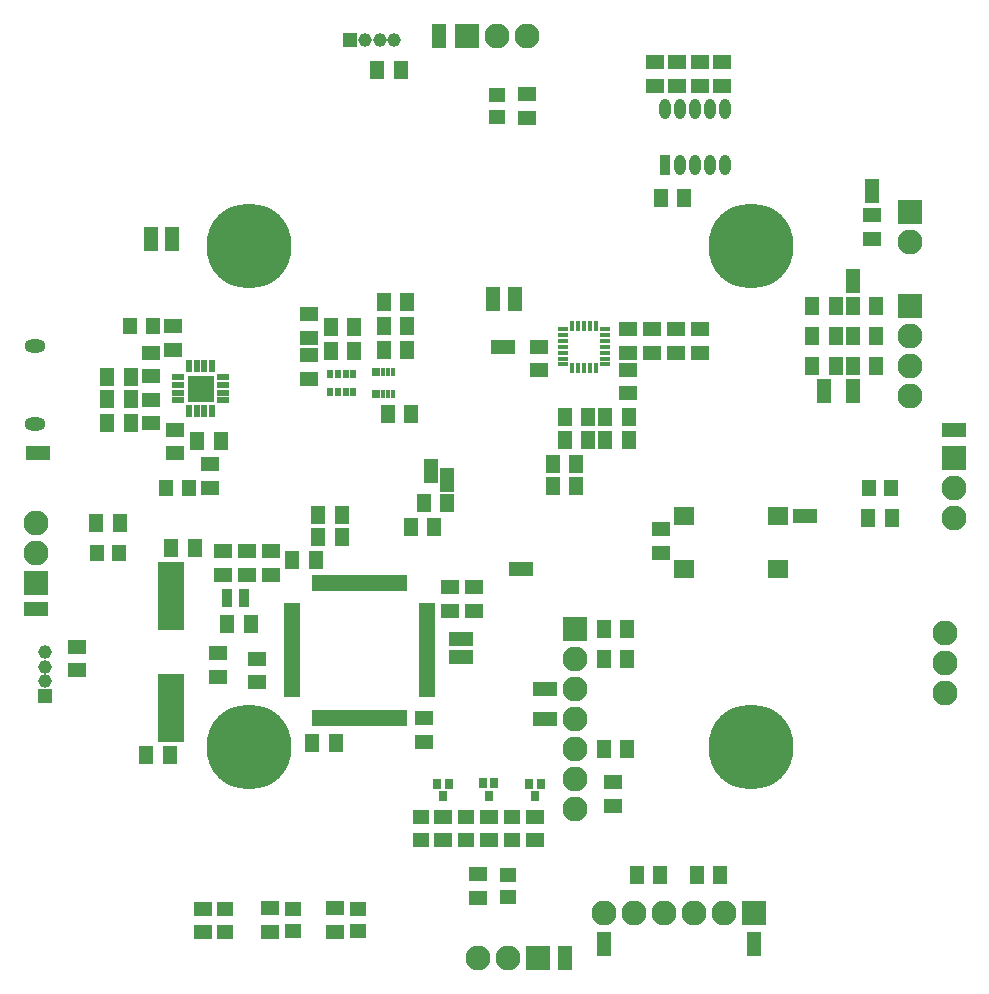
<source format=gts>
G04*
G04 #@! TF.GenerationSoftware,Altium Limited,Altium Designer,18.1.6 (161)*
G04*
G04 Layer_Color=8388736*
%FSLAX25Y25*%
%MOIN*%
G70*
G01*
G75*
%ADD20R,0.01280X0.02756*%
%ADD21R,0.03543X0.01575*%
%ADD22R,0.01575X0.03543*%
%ADD23R,0.07887X0.04737*%
%ADD24R,0.04737X0.07887*%
%ADD25R,0.04737X0.06115*%
%ADD26R,0.06115X0.04737*%
%ADD27R,0.08989X0.08989*%
%ADD28R,0.03950X0.01902*%
%ADD29R,0.01902X0.03950*%
%ADD30R,0.04737X0.05524*%
%ADD31R,0.05524X0.04737*%
%ADD32R,0.02178X0.02769*%
%ADD33R,0.02611X0.03359*%
%ADD34O,0.03792X0.06706*%
%ADD35R,0.03792X0.06706*%
%ADD36R,0.01981X0.05524*%
%ADD37R,0.05524X0.01981*%
%ADD38R,0.03753X0.06312*%
%ADD39R,0.06902X0.05918*%
%ADD40R,0.09068X0.22847*%
%ADD41C,0.28359*%
%ADD42O,0.07099X0.04343*%
%ADD43C,0.08300*%
%ADD44R,0.08300X0.08300*%
%ADD45R,0.08300X0.08300*%
%ADD46R,0.04540X0.04540*%
%ADD47C,0.04540*%
%ADD48R,0.04540X0.04540*%
%ADD49C,0.03950*%
D20*
X249850Y322413D02*
D03*
X251425D02*
D03*
X253000D02*
D03*
X254575D02*
D03*
X256150D02*
D03*
X249850Y329500D02*
D03*
X251425D02*
D03*
X253000D02*
D03*
X254575D02*
D03*
X256150D02*
D03*
D21*
X313075Y343917D02*
D03*
Y341949D02*
D03*
Y339980D02*
D03*
Y338012D02*
D03*
Y336043D02*
D03*
Y334075D02*
D03*
Y332106D02*
D03*
X327051D02*
D03*
Y334075D02*
D03*
Y336043D02*
D03*
Y338012D02*
D03*
Y339980D02*
D03*
Y341949D02*
D03*
Y343917D02*
D03*
D22*
X316126Y331024D02*
D03*
X318094D02*
D03*
X320063D02*
D03*
X322031D02*
D03*
X324000D02*
D03*
Y345000D02*
D03*
X322031D02*
D03*
X320063D02*
D03*
X318094D02*
D03*
X316126D02*
D03*
D23*
X293000Y338000D02*
D03*
X299000Y264000D02*
D03*
X307000Y214000D02*
D03*
Y224000D02*
D03*
X138000Y302563D02*
D03*
X279000Y240500D02*
D03*
Y234500D02*
D03*
X137315Y250500D02*
D03*
X443185Y310437D02*
D03*
X393500Y281705D02*
D03*
D24*
X289500Y354000D02*
D03*
X297000D02*
D03*
X175500Y374016D02*
D03*
X182500Y374000D02*
D03*
X274457Y293500D02*
D03*
X269000Y296500D02*
D03*
X416000Y390000D02*
D03*
X376500Y139000D02*
D03*
X326563D02*
D03*
X409500Y323354D02*
D03*
X400000D02*
D03*
X409500Y360000D02*
D03*
X271500Y441685D02*
D03*
X313563Y134315D02*
D03*
D25*
X417374Y331500D02*
D03*
X409500D02*
D03*
X403874D02*
D03*
X396000D02*
D03*
X403874Y341500D02*
D03*
X396000D02*
D03*
X417374D02*
D03*
X409500D02*
D03*
X417374Y351500D02*
D03*
X409500D02*
D03*
X403874D02*
D03*
X396000D02*
D03*
X357563Y162055D02*
D03*
X365437D02*
D03*
X345437D02*
D03*
X337563D02*
D03*
X334437Y204000D02*
D03*
X326563D02*
D03*
X334437Y244000D02*
D03*
X326563D02*
D03*
X334437Y234000D02*
D03*
X326563D02*
D03*
X161063Y312500D02*
D03*
X168937D02*
D03*
X191063Y306500D02*
D03*
X198937D02*
D03*
X168937Y328000D02*
D03*
X161063D02*
D03*
X168937Y320500D02*
D03*
X161063D02*
D03*
X262146Y278000D02*
D03*
X270020D02*
D03*
X266583Y285906D02*
D03*
X274457D02*
D03*
X313563Y306878D02*
D03*
X321437D02*
D03*
X334937D02*
D03*
X327063D02*
D03*
X309488Y291500D02*
D03*
X317362D02*
D03*
X321437Y314500D02*
D03*
X313563D02*
D03*
X326988D02*
D03*
X334862D02*
D03*
X317437Y299000D02*
D03*
X309563D02*
D03*
X235591Y336500D02*
D03*
X243465D02*
D03*
X235591Y344500D02*
D03*
X243465D02*
D03*
X258874Y430185D02*
D03*
X251000D02*
D03*
X345563Y387500D02*
D03*
X353437D02*
D03*
X157315Y279315D02*
D03*
X165189D02*
D03*
X422622Y281000D02*
D03*
X414748D02*
D03*
X229268Y205874D02*
D03*
X237142D02*
D03*
X230642Y266874D02*
D03*
X222768D02*
D03*
X208937Y245732D02*
D03*
X201063D02*
D03*
X190142Y270874D02*
D03*
X182268D02*
D03*
X174063Y202000D02*
D03*
X181937D02*
D03*
X231472Y282000D02*
D03*
X239346D02*
D03*
Y274500D02*
D03*
X231472D02*
D03*
X261087Y345000D02*
D03*
X253213D02*
D03*
X261087Y353000D02*
D03*
X253213D02*
D03*
X261087Y337000D02*
D03*
X253213D02*
D03*
X262449Y315500D02*
D03*
X254575D02*
D03*
D26*
X416000Y374063D02*
D03*
Y381937D02*
D03*
X329500Y185063D02*
D03*
Y192937D02*
D03*
X175500Y328126D02*
D03*
Y336000D02*
D03*
X195252Y291016D02*
D03*
Y298890D02*
D03*
X183000Y344937D02*
D03*
Y337063D02*
D03*
X175500Y312563D02*
D03*
Y320437D02*
D03*
X183500Y302563D02*
D03*
Y310437D02*
D03*
X237098Y150937D02*
D03*
Y143063D02*
D03*
X215272Y150937D02*
D03*
Y143063D02*
D03*
X192882Y150697D02*
D03*
Y142823D02*
D03*
X228153Y327437D02*
D03*
Y335311D02*
D03*
X150815Y238000D02*
D03*
Y230126D02*
D03*
X228153Y340937D02*
D03*
Y348811D02*
D03*
X272992Y173496D02*
D03*
Y181370D02*
D03*
X288161Y173496D02*
D03*
Y181370D02*
D03*
X303508Y173496D02*
D03*
Y181370D02*
D03*
X358563Y432937D02*
D03*
Y425063D02*
D03*
X366063Y432937D02*
D03*
Y425063D02*
D03*
X343563Y432937D02*
D03*
Y425063D02*
D03*
X351126D02*
D03*
Y432937D02*
D03*
X301000Y422122D02*
D03*
Y414248D02*
D03*
X284500Y154378D02*
D03*
Y162252D02*
D03*
X215705Y269811D02*
D03*
Y261937D02*
D03*
X211000Y234063D02*
D03*
Y226189D02*
D03*
X266626Y206268D02*
D03*
Y214142D02*
D03*
X275205Y249937D02*
D03*
Y257811D02*
D03*
X283205Y249937D02*
D03*
Y257811D02*
D03*
X207705Y269811D02*
D03*
Y261937D02*
D03*
X199705Y269811D02*
D03*
Y261937D02*
D03*
X345563Y269268D02*
D03*
Y277142D02*
D03*
X198000Y235937D02*
D03*
Y228063D02*
D03*
X305000Y330138D02*
D03*
Y338012D02*
D03*
X342626Y343937D02*
D03*
Y336063D02*
D03*
X350626Y343937D02*
D03*
Y336063D02*
D03*
X334626Y343937D02*
D03*
Y336063D02*
D03*
X358626Y343937D02*
D03*
Y336063D02*
D03*
X334626Y322563D02*
D03*
Y330437D02*
D03*
D27*
X192161Y324020D02*
D03*
D28*
X199642Y327858D02*
D03*
Y325299D02*
D03*
Y322740D02*
D03*
Y320181D02*
D03*
X184681D02*
D03*
Y322740D02*
D03*
Y325299D02*
D03*
Y327858D02*
D03*
D29*
X196000Y316539D02*
D03*
X193441D02*
D03*
X190882D02*
D03*
X188323D02*
D03*
Y331500D02*
D03*
X190882D02*
D03*
X193441D02*
D03*
X196000D02*
D03*
D30*
X188240Y291000D02*
D03*
X180760D02*
D03*
X176240Y345000D02*
D03*
X168760D02*
D03*
X165055Y269315D02*
D03*
X157575D02*
D03*
X414945Y291000D02*
D03*
X422425D02*
D03*
D31*
X244535Y143260D02*
D03*
Y150740D02*
D03*
X222878Y143260D02*
D03*
Y150740D02*
D03*
X200315Y143020D02*
D03*
Y150500D02*
D03*
X265476Y173693D02*
D03*
Y181173D02*
D03*
X280661Y173693D02*
D03*
Y181173D02*
D03*
X295976Y173693D02*
D03*
Y181173D02*
D03*
X291000Y414445D02*
D03*
Y421925D02*
D03*
X294500Y162055D02*
D03*
Y154575D02*
D03*
D32*
X243087Y329000D02*
D03*
X240528D02*
D03*
X237968D02*
D03*
X235409D02*
D03*
X243087Y322898D02*
D03*
X240528D02*
D03*
X237968D02*
D03*
X235409D02*
D03*
D33*
X274976Y192433D02*
D03*
X271039D02*
D03*
X273008Y188299D02*
D03*
X290122Y192500D02*
D03*
X286185D02*
D03*
X288154Y188366D02*
D03*
X305476Y192433D02*
D03*
X301539D02*
D03*
X303508Y188299D02*
D03*
D34*
X367126Y417398D02*
D03*
X362126D02*
D03*
X357126D02*
D03*
X352126D02*
D03*
X347126D02*
D03*
X367126Y398500D02*
D03*
X362126D02*
D03*
X357126D02*
D03*
X352126D02*
D03*
D35*
X347126D02*
D03*
D36*
X230378Y259315D02*
D03*
X232347D02*
D03*
X234315D02*
D03*
X236283D02*
D03*
X238252D02*
D03*
X240220D02*
D03*
X242189D02*
D03*
X244158D02*
D03*
X246126D02*
D03*
X248095D02*
D03*
X250063D02*
D03*
X252031D02*
D03*
X254000D02*
D03*
X255968D02*
D03*
X257937D02*
D03*
X259906D02*
D03*
Y214433D02*
D03*
X257937D02*
D03*
X255968D02*
D03*
X254000D02*
D03*
X252031D02*
D03*
X250063D02*
D03*
X248095D02*
D03*
X246126D02*
D03*
X244158D02*
D03*
X242189D02*
D03*
X240220D02*
D03*
X238252D02*
D03*
X236283D02*
D03*
X234315D02*
D03*
X232347D02*
D03*
X230378D02*
D03*
D37*
X267583Y251638D02*
D03*
Y249669D02*
D03*
Y247701D02*
D03*
Y245732D02*
D03*
Y243764D02*
D03*
Y241795D02*
D03*
Y239827D02*
D03*
Y237858D02*
D03*
Y235890D02*
D03*
Y233921D02*
D03*
Y231953D02*
D03*
Y229984D02*
D03*
Y228016D02*
D03*
Y226047D02*
D03*
Y224079D02*
D03*
Y222110D02*
D03*
X222701D02*
D03*
Y224079D02*
D03*
Y226047D02*
D03*
Y228016D02*
D03*
Y229984D02*
D03*
Y231953D02*
D03*
Y233921D02*
D03*
Y235890D02*
D03*
Y237858D02*
D03*
Y239827D02*
D03*
Y241795D02*
D03*
Y243764D02*
D03*
Y245732D02*
D03*
Y247701D02*
D03*
Y249669D02*
D03*
Y251638D02*
D03*
D38*
X206642Y254374D02*
D03*
X200933D02*
D03*
D39*
X384563Y263988D02*
D03*
X353264D02*
D03*
X384563Y281705D02*
D03*
X353264D02*
D03*
D40*
X182142Y254874D02*
D03*
Y217472D02*
D03*
D41*
X208465Y371575D02*
D03*
X375512D02*
D03*
X208465Y204528D02*
D03*
X375512D02*
D03*
D42*
X136969Y312307D02*
D03*
Y338291D02*
D03*
D43*
X440291Y222500D02*
D03*
Y232500D02*
D03*
Y242500D02*
D03*
X317041Y184000D02*
D03*
Y194000D02*
D03*
Y204000D02*
D03*
Y214000D02*
D03*
Y224000D02*
D03*
Y234000D02*
D03*
X428607Y373000D02*
D03*
X428607Y331500D02*
D03*
Y341500D02*
D03*
X428607Y321500D02*
D03*
X326500Y149206D02*
D03*
X356500Y149204D02*
D03*
X366500D02*
D03*
X346500Y149204D02*
D03*
X336500Y149205D02*
D03*
X443185Y291000D02*
D03*
Y281000D02*
D03*
X294500Y134315D02*
D03*
X284500D02*
D03*
X291000Y441685D02*
D03*
X301000D02*
D03*
X137315Y269315D02*
D03*
Y279315D02*
D03*
D44*
X317041Y244000D02*
D03*
X428607Y383000D02*
D03*
X428607Y351500D02*
D03*
X443185Y301000D02*
D03*
X137315Y259315D02*
D03*
D45*
X376500Y149204D02*
D03*
X304500Y134315D02*
D03*
X281000Y441685D02*
D03*
D46*
X140433Y221563D02*
D03*
D47*
Y226484D02*
D03*
Y231405D02*
D03*
Y236327D02*
D03*
X246937Y440185D02*
D03*
X251858D02*
D03*
X256780D02*
D03*
D48*
X242016D02*
D03*
D49*
X189996Y321854D02*
D03*
Y326185D02*
D03*
X194327Y321854D02*
D03*
Y326185D02*
D03*
M02*

</source>
